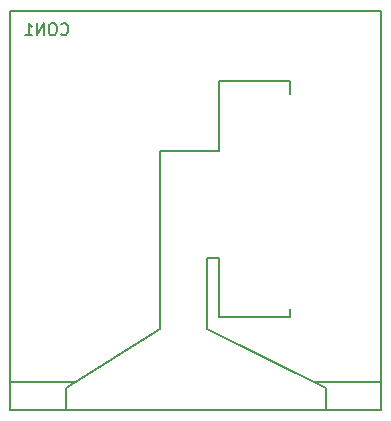
<source format=gbr>
%TF.GenerationSoftware,KiCad,Pcbnew,6.0.5+dfsg-1*%
%TF.CreationDate,2022-06-06T15:17:50+08:00*%
%TF.ProjectId,pcb-backbox,7063622d-6261-4636-9b62-6f782e6b6963,rev?*%
%TF.SameCoordinates,Original*%
%TF.FileFunction,Legend,Bot*%
%TF.FilePolarity,Positive*%
%FSLAX46Y46*%
G04 Gerber Fmt 4.6, Leading zero omitted, Abs format (unit mm)*
G04 Created by KiCad (PCBNEW 6.0.5+dfsg-1) date 2022-06-06 15:17:50*
%MOMM*%
%LPD*%
G01*
G04 APERTURE LIST*
%ADD10C,0.150000*%
G04 APERTURE END LIST*
D10*
%TO.C,CON1*%
X119164285Y-75527142D02*
X119211904Y-75574761D01*
X119354761Y-75622380D01*
X119450000Y-75622380D01*
X119592857Y-75574761D01*
X119688095Y-75479523D01*
X119735714Y-75384285D01*
X119783333Y-75193809D01*
X119783333Y-75050952D01*
X119735714Y-74860476D01*
X119688095Y-74765238D01*
X119592857Y-74670000D01*
X119450000Y-74622380D01*
X119354761Y-74622380D01*
X119211904Y-74670000D01*
X119164285Y-74717619D01*
X118545238Y-74622380D02*
X118354761Y-74622380D01*
X118259523Y-74670000D01*
X118164285Y-74765238D01*
X118116666Y-74955714D01*
X118116666Y-75289047D01*
X118164285Y-75479523D01*
X118259523Y-75574761D01*
X118354761Y-75622380D01*
X118545238Y-75622380D01*
X118640476Y-75574761D01*
X118735714Y-75479523D01*
X118783333Y-75289047D01*
X118783333Y-74955714D01*
X118735714Y-74765238D01*
X118640476Y-74670000D01*
X118545238Y-74622380D01*
X117688095Y-75622380D02*
X117688095Y-74622380D01*
X117116666Y-75622380D01*
X117116666Y-74622380D01*
X116116666Y-75622380D02*
X116688095Y-75622380D01*
X116402380Y-75622380D02*
X116402380Y-74622380D01*
X116497619Y-74765238D01*
X116592857Y-74860476D01*
X116688095Y-74908095D01*
X131550000Y-94470000D02*
X131550000Y-100470000D01*
X138550000Y-98770000D02*
X138550000Y-99470000D01*
X132550000Y-94470000D02*
X131550000Y-94470000D01*
X132550000Y-85470000D02*
X127550000Y-85470000D01*
X114850000Y-73570000D02*
X146250000Y-73570000D01*
X146250000Y-107370000D02*
X114850000Y-107370000D01*
X138550000Y-79470000D02*
X132550000Y-79470000D01*
X120350000Y-104970000D02*
X114850000Y-104970000D01*
X132550000Y-99470000D02*
X132550000Y-94470000D01*
X127550000Y-85470000D02*
X127550000Y-100470000D01*
X141550000Y-105470000D02*
X141550000Y-107370000D01*
X127550000Y-100470000D02*
X119550000Y-105470000D01*
X138550000Y-80570000D02*
X138550000Y-79470000D01*
X114850000Y-107370000D02*
X114850000Y-73570000D01*
X146250000Y-73570000D02*
X146250000Y-107370000D01*
X131550000Y-100470000D02*
X141550000Y-105470000D01*
X138550000Y-99470000D02*
X132550000Y-99470000D01*
X119550000Y-105470000D02*
X119550000Y-107370000D01*
X146250000Y-104970000D02*
X140550000Y-104970000D01*
X132550000Y-79470000D02*
X132550000Y-85470000D01*
%TD*%
M02*

</source>
